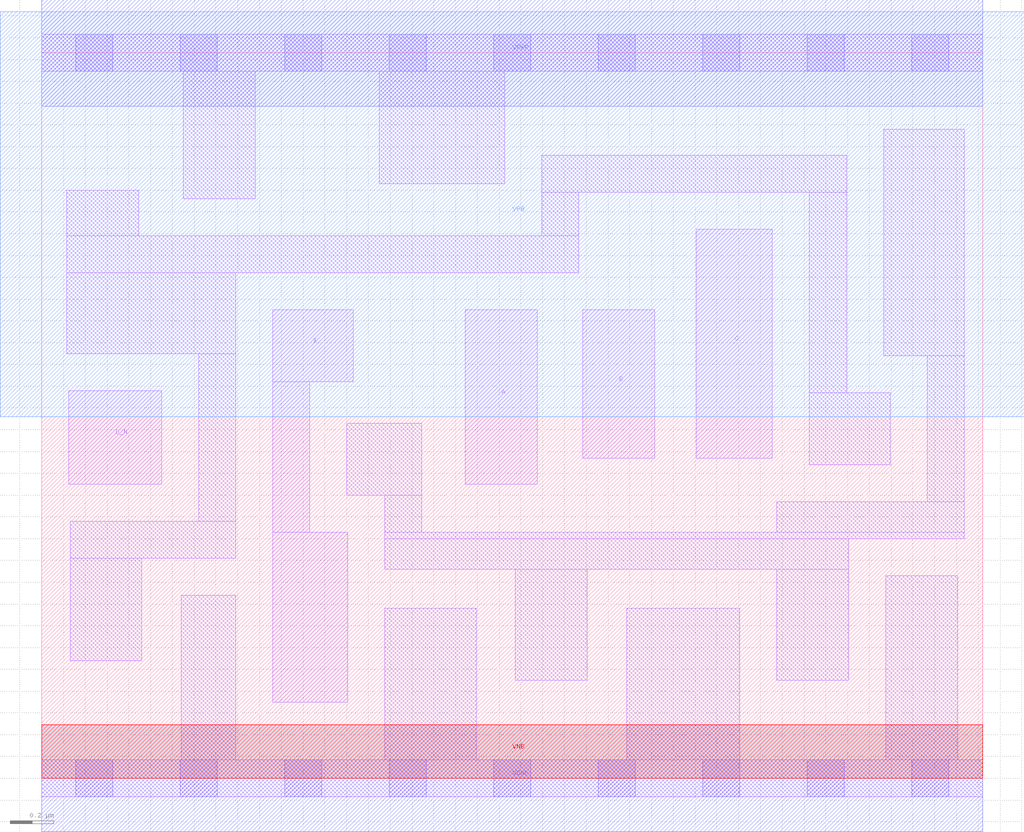
<source format=lef>
# Copyright 2020 The SkyWater PDK Authors
#
# Licensed under the Apache License, Version 2.0 (the "License");
# you may not use this file except in compliance with the License.
# You may obtain a copy of the License at
#
#     https://www.apache.org/licenses/LICENSE-2.0
#
# Unless required by applicable law or agreed to in writing, software
# distributed under the License is distributed on an "AS IS" BASIS,
# WITHOUT WARRANTIES OR CONDITIONS OF ANY KIND, either express or implied.
# See the License for the specific language governing permissions and
# limitations under the License.
#
# SPDX-License-Identifier: Apache-2.0

VERSION 5.7 ;
  NOWIREEXTENSIONATPIN ON ;
  DIVIDERCHAR "/" ;
  BUSBITCHARS "[]" ;
MACRO sky130_fd_sc_ms__or4b_2
  CLASS CORE ;
  FOREIGN sky130_fd_sc_ms__or4b_2 ;
  ORIGIN  0.000000  0.000000 ;
  SIZE  4.320000 BY  3.330000 ;
  SYMMETRY X Y ;
  SITE unit ;
  PIN A
    ANTENNAGATEAREA  0.276000 ;
    DIRECTION INPUT ;
    USE SIGNAL ;
    PORT
      LAYER li1 ;
        RECT 1.945000 1.350000 2.275000 2.150000 ;
    END
  END A
  PIN B
    ANTENNAGATEAREA  0.276000 ;
    DIRECTION INPUT ;
    USE SIGNAL ;
    PORT
      LAYER li1 ;
        RECT 2.485000 1.470000 2.815000 2.150000 ;
    END
  END B
  PIN C
    ANTENNAGATEAREA  0.276000 ;
    DIRECTION INPUT ;
    USE SIGNAL ;
    PORT
      LAYER li1 ;
        RECT 3.005000 1.470000 3.355000 2.520000 ;
    END
  END C
  PIN D_N
    ANTENNAGATEAREA  0.233700 ;
    DIRECTION INPUT ;
    USE SIGNAL ;
    PORT
      LAYER li1 ;
        RECT 0.125000 1.350000 0.550000 1.780000 ;
    END
  END D_N
  PIN X
    ANTENNADIFFAREA  0.509600 ;
    DIRECTION OUTPUT ;
    USE SIGNAL ;
    PORT
      LAYER li1 ;
        RECT 1.060000 0.350000 1.405000 1.130000 ;
        RECT 1.060000 1.130000 1.230000 1.820000 ;
        RECT 1.060000 1.820000 1.430000 2.150000 ;
    END
  END X
  PIN VGND
    DIRECTION INOUT ;
    USE GROUND ;
    PORT
      LAYER met1 ;
        RECT 0.000000 -0.245000 4.320000 0.245000 ;
    END
  END VGND
  PIN VNB
    DIRECTION INOUT ;
    USE GROUND ;
    PORT
      LAYER pwell ;
        RECT 0.000000 0.000000 4.320000 0.245000 ;
    END
  END VNB
  PIN VPB
    DIRECTION INOUT ;
    USE POWER ;
    PORT
      LAYER nwell ;
        RECT -0.190000 1.660000 4.510000 3.520000 ;
    END
  END VPB
  PIN VPWR
    DIRECTION INOUT ;
    USE POWER ;
    PORT
      LAYER met1 ;
        RECT 0.000000 3.085000 4.320000 3.575000 ;
    END
  END VPWR
  OBS
    LAYER li1 ;
      RECT 0.000000 -0.085000 4.320000 0.085000 ;
      RECT 0.000000  3.245000 4.320000 3.415000 ;
      RECT 0.115000  1.950000 0.890000 2.320000 ;
      RECT 0.115000  2.320000 2.465000 2.490000 ;
      RECT 0.115000  2.490000 0.445000 2.700000 ;
      RECT 0.130000  0.540000 0.460000 1.010000 ;
      RECT 0.130000  1.010000 0.890000 1.180000 ;
      RECT 0.640000  0.085000 0.890000 0.840000 ;
      RECT 0.650000  2.660000 0.980000 3.245000 ;
      RECT 0.720000  1.180000 0.890000 1.950000 ;
      RECT 1.400000  1.300000 1.745000 1.630000 ;
      RECT 1.550000  2.730000 2.125000 3.245000 ;
      RECT 1.575000  0.085000 1.995000 0.780000 ;
      RECT 1.575000  0.960000 3.705000 1.100000 ;
      RECT 1.575000  1.100000 4.235000 1.130000 ;
      RECT 1.575000  1.130000 1.745000 1.300000 ;
      RECT 2.175000  0.450000 2.505000 0.960000 ;
      RECT 2.295000  2.490000 2.465000 2.690000 ;
      RECT 2.295000  2.690000 3.695000 2.860000 ;
      RECT 2.685000  0.085000 3.205000 0.780000 ;
      RECT 3.375000  0.450000 3.705000 0.960000 ;
      RECT 3.375000  1.130000 4.235000 1.270000 ;
      RECT 3.525000  1.440000 3.895000 1.770000 ;
      RECT 3.525000  1.770000 3.695000 2.690000 ;
      RECT 3.865000  1.940000 4.235000 2.980000 ;
      RECT 3.875000  0.085000 4.205000 0.930000 ;
      RECT 4.065000  1.270000 4.235000 1.940000 ;
    LAYER mcon ;
      RECT 0.155000 -0.085000 0.325000 0.085000 ;
      RECT 0.155000  3.245000 0.325000 3.415000 ;
      RECT 0.635000 -0.085000 0.805000 0.085000 ;
      RECT 0.635000  3.245000 0.805000 3.415000 ;
      RECT 1.115000 -0.085000 1.285000 0.085000 ;
      RECT 1.115000  3.245000 1.285000 3.415000 ;
      RECT 1.595000 -0.085000 1.765000 0.085000 ;
      RECT 1.595000  3.245000 1.765000 3.415000 ;
      RECT 2.075000 -0.085000 2.245000 0.085000 ;
      RECT 2.075000  3.245000 2.245000 3.415000 ;
      RECT 2.555000 -0.085000 2.725000 0.085000 ;
      RECT 2.555000  3.245000 2.725000 3.415000 ;
      RECT 3.035000 -0.085000 3.205000 0.085000 ;
      RECT 3.035000  3.245000 3.205000 3.415000 ;
      RECT 3.515000 -0.085000 3.685000 0.085000 ;
      RECT 3.515000  3.245000 3.685000 3.415000 ;
      RECT 3.995000 -0.085000 4.165000 0.085000 ;
      RECT 3.995000  3.245000 4.165000 3.415000 ;
  END
END sky130_fd_sc_ms__or4b_2
END LIBRARY

</source>
